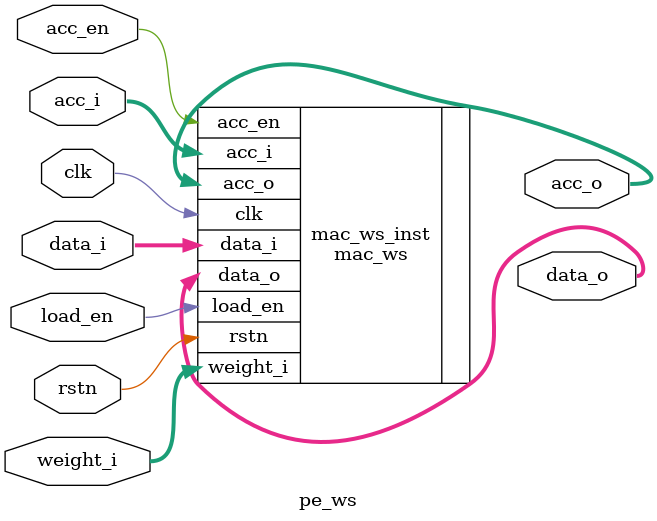
<source format=sv>
/* PROCESS ELEMENT 
 * Parameters:
 * DATA_WIDTH - length of an n x n matrix
 * ACC_WIDTH  - accumulator size, depends on matrix size and how many iterations
 *		  	  - general rule should be n * datawidth * 2	
 * Author: Loana Vo
 */
module pe_ws #(
	parameter DATA_WIDTH = 16,
	parameter ACC_WIDTH = 64
	) (    
	input logic clk,
    input logic rstn,
	// enable
	input logic acc_en,
    input logic load_en, 
	// data a and b inputs
    input logic signed  [DATA_WIDTH - 1:0] data_i,
    input logic signed  [ACC_WIDTH - 1:0] acc_i,
	input logic signed  [DATA_WIDTH - 1:0] weight_i,
	// data a and b outputs
	output logic signed [DATA_WIDTH - 1:0] data_o,
	// output accumulator
	output logic signed 		[ACC_WIDTH  - 1:0] acc_o
    );
	
	mac_ws #(
        .DATA_WIDTH(DATA_WIDTH),
        .ACC_WIDTH(ACC_WIDTH)
    ) mac_ws_inst (
		.clk(clk),
		.rstn(rstn),
		.acc_en(acc_en),
        .load_en(load_en),
		.data_i(data_i),
		.acc_i(acc_i),
		.weight_i(weight_i),
		.data_o(data_o),
		.acc_o(acc_o)
	);

endmodule

</source>
